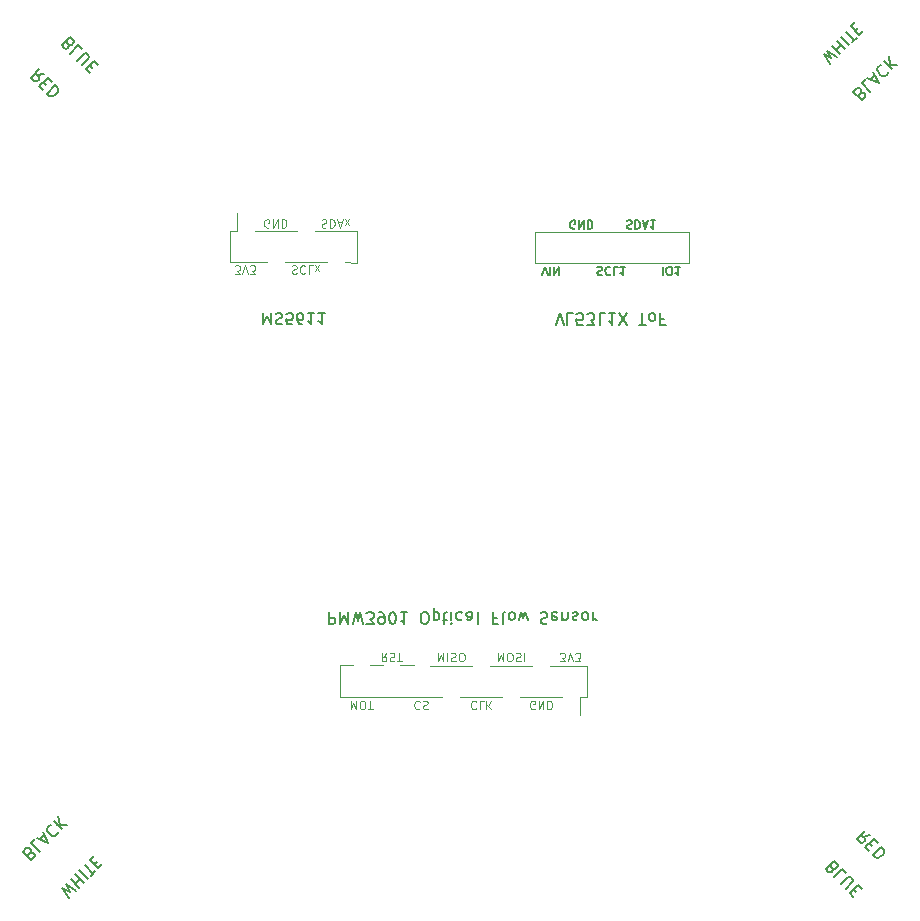
<source format=gbo>
%TF.GenerationSoftware,KiCad,Pcbnew,9.0.4*%
%TF.CreationDate,2025-09-02T18:21:16+08:00*%
%TF.ProjectId,LiteWingV2.5C,4c697465-5769-46e6-9756-322e35432e6b,rev?*%
%TF.SameCoordinates,Original*%
%TF.FileFunction,Legend,Bot*%
%TF.FilePolarity,Positive*%
%FSLAX46Y46*%
G04 Gerber Fmt 4.6, Leading zero omitted, Abs format (unit mm)*
G04 Created by KiCad (PCBNEW 9.0.4) date 2025-09-02 18:21:16*
%MOMM*%
%LPD*%
G01*
G04 APERTURE LIST*
%ADD10C,0.200000*%
%ADD11C,0.125000*%
%ADD12C,0.152400*%
%ADD13C,0.120000*%
%ADD14C,0.100000*%
G04 APERTURE END LIST*
D10*
X179037321Y-128459380D02*
X179172008Y-128526723D01*
X179172008Y-128526723D02*
X179239351Y-128526723D01*
X179239351Y-128526723D02*
X179340366Y-128493052D01*
X179340366Y-128493052D02*
X179441382Y-128392036D01*
X179441382Y-128392036D02*
X179475053Y-128291021D01*
X179475053Y-128291021D02*
X179475053Y-128223678D01*
X179475053Y-128223678D02*
X179441382Y-128122662D01*
X179441382Y-128122662D02*
X179172008Y-127853288D01*
X179172008Y-127853288D02*
X178464901Y-128560395D01*
X178464901Y-128560395D02*
X178700603Y-128796097D01*
X178700603Y-128796097D02*
X178801618Y-128829769D01*
X178801618Y-128829769D02*
X178868962Y-128829769D01*
X178868962Y-128829769D02*
X178969977Y-128796097D01*
X178969977Y-128796097D02*
X179037321Y-128728754D01*
X179037321Y-128728754D02*
X179070992Y-128627739D01*
X179070992Y-128627739D02*
X179070992Y-128560395D01*
X179070992Y-128560395D02*
X179037321Y-128459380D01*
X179037321Y-128459380D02*
X178801618Y-128223678D01*
X180215832Y-128897113D02*
X179879114Y-128560395D01*
X179879114Y-128560395D02*
X179172008Y-129267502D01*
X179744428Y-129839922D02*
X180316847Y-129267502D01*
X180316847Y-129267502D02*
X180417863Y-129233830D01*
X180417863Y-129233830D02*
X180485206Y-129233830D01*
X180485206Y-129233830D02*
X180586221Y-129267502D01*
X180586221Y-129267502D02*
X180720908Y-129402189D01*
X180720908Y-129402189D02*
X180754580Y-129503204D01*
X180754580Y-129503204D02*
X180754580Y-129570548D01*
X180754580Y-129570548D02*
X180720908Y-129671563D01*
X180720908Y-129671563D02*
X180148489Y-130243983D01*
X180821924Y-130243983D02*
X181057626Y-130479685D01*
X181529030Y-130210311D02*
X181192313Y-129873593D01*
X181192313Y-129873593D02*
X180485206Y-130580700D01*
X180485206Y-130580700D02*
X180821924Y-130917418D01*
X182234069Y-125705349D02*
X181661649Y-125806365D01*
X181830008Y-125301288D02*
X181122901Y-126008395D01*
X181122901Y-126008395D02*
X181392275Y-126277769D01*
X181392275Y-126277769D02*
X181493290Y-126311441D01*
X181493290Y-126311441D02*
X181560634Y-126311441D01*
X181560634Y-126311441D02*
X181661649Y-126277769D01*
X181661649Y-126277769D02*
X181762664Y-126176754D01*
X181762664Y-126176754D02*
X181796336Y-126075739D01*
X181796336Y-126075739D02*
X181796336Y-126008395D01*
X181796336Y-126008395D02*
X181762664Y-125907380D01*
X181762664Y-125907380D02*
X181493290Y-125638006D01*
X182166725Y-126378784D02*
X182402427Y-126614487D01*
X182873832Y-126345113D02*
X182537114Y-126008395D01*
X182537114Y-126008395D02*
X181830008Y-126715502D01*
X181830008Y-126715502D02*
X182166725Y-127052219D01*
X183176878Y-126648158D02*
X182469771Y-127355265D01*
X182469771Y-127355265D02*
X182638130Y-127523624D01*
X182638130Y-127523624D02*
X182772817Y-127590967D01*
X182772817Y-127590967D02*
X182907504Y-127590967D01*
X182907504Y-127590967D02*
X183008519Y-127557296D01*
X183008519Y-127557296D02*
X183176878Y-127456280D01*
X183176878Y-127456280D02*
X183277893Y-127355265D01*
X183277893Y-127355265D02*
X183378908Y-127186906D01*
X183378908Y-127186906D02*
X183412580Y-127085891D01*
X183412580Y-127085891D02*
X183412580Y-126951204D01*
X183412580Y-126951204D02*
X183345237Y-126816517D01*
X183345237Y-126816517D02*
X183176878Y-126648158D01*
D11*
X144077323Y-114386270D02*
X144043456Y-114352404D01*
X144043456Y-114352404D02*
X143941856Y-114318537D01*
X143941856Y-114318537D02*
X143874123Y-114318537D01*
X143874123Y-114318537D02*
X143772523Y-114352404D01*
X143772523Y-114352404D02*
X143704790Y-114420137D01*
X143704790Y-114420137D02*
X143670923Y-114487870D01*
X143670923Y-114487870D02*
X143637056Y-114623337D01*
X143637056Y-114623337D02*
X143637056Y-114724937D01*
X143637056Y-114724937D02*
X143670923Y-114860404D01*
X143670923Y-114860404D02*
X143704790Y-114928137D01*
X143704790Y-114928137D02*
X143772523Y-114995870D01*
X143772523Y-114995870D02*
X143874123Y-115029737D01*
X143874123Y-115029737D02*
X143941856Y-115029737D01*
X143941856Y-115029737D02*
X144043456Y-114995870D01*
X144043456Y-114995870D02*
X144077323Y-114962004D01*
X144348256Y-114352404D02*
X144449856Y-114318537D01*
X144449856Y-114318537D02*
X144619190Y-114318537D01*
X144619190Y-114318537D02*
X144686923Y-114352404D01*
X144686923Y-114352404D02*
X144720790Y-114386270D01*
X144720790Y-114386270D02*
X144754656Y-114454004D01*
X144754656Y-114454004D02*
X144754656Y-114521737D01*
X144754656Y-114521737D02*
X144720790Y-114589470D01*
X144720790Y-114589470D02*
X144686923Y-114623337D01*
X144686923Y-114623337D02*
X144619190Y-114657204D01*
X144619190Y-114657204D02*
X144483723Y-114691070D01*
X144483723Y-114691070D02*
X144415990Y-114724937D01*
X144415990Y-114724937D02*
X144382123Y-114758804D01*
X144382123Y-114758804D02*
X144348256Y-114826537D01*
X144348256Y-114826537D02*
X144348256Y-114894270D01*
X144348256Y-114894270D02*
X144382123Y-114962004D01*
X144382123Y-114962004D02*
X144415990Y-114995870D01*
X144415990Y-114995870D02*
X144483723Y-115029737D01*
X144483723Y-115029737D02*
X144653056Y-115029737D01*
X144653056Y-115029737D02*
X144754656Y-114995870D01*
D10*
X112291069Y-61253349D02*
X111718649Y-61354365D01*
X111887008Y-60849288D02*
X111179901Y-61556395D01*
X111179901Y-61556395D02*
X111449275Y-61825769D01*
X111449275Y-61825769D02*
X111550290Y-61859441D01*
X111550290Y-61859441D02*
X111617634Y-61859441D01*
X111617634Y-61859441D02*
X111718649Y-61825769D01*
X111718649Y-61825769D02*
X111819664Y-61724754D01*
X111819664Y-61724754D02*
X111853336Y-61623739D01*
X111853336Y-61623739D02*
X111853336Y-61556395D01*
X111853336Y-61556395D02*
X111819664Y-61455380D01*
X111819664Y-61455380D02*
X111550290Y-61186006D01*
X112223725Y-61926784D02*
X112459427Y-62162487D01*
X112930832Y-61893113D02*
X112594114Y-61556395D01*
X112594114Y-61556395D02*
X111887008Y-62263502D01*
X111887008Y-62263502D02*
X112223725Y-62600219D01*
X113233878Y-62196158D02*
X112526771Y-62903265D01*
X112526771Y-62903265D02*
X112695130Y-63071624D01*
X112695130Y-63071624D02*
X112829817Y-63138967D01*
X112829817Y-63138967D02*
X112964504Y-63138967D01*
X112964504Y-63138967D02*
X113065519Y-63105296D01*
X113065519Y-63105296D02*
X113233878Y-63004280D01*
X113233878Y-63004280D02*
X113334893Y-62903265D01*
X113334893Y-62903265D02*
X113435908Y-62734906D01*
X113435908Y-62734906D02*
X113469580Y-62633891D01*
X113469580Y-62633891D02*
X113469580Y-62499204D01*
X113469580Y-62499204D02*
X113402237Y-62364517D01*
X113402237Y-62364517D02*
X113233878Y-62196158D01*
D11*
X150698256Y-110263537D02*
X150698256Y-110974737D01*
X150698256Y-110974737D02*
X150935323Y-110466737D01*
X150935323Y-110466737D02*
X151172389Y-110974737D01*
X151172389Y-110974737D02*
X151172389Y-110263537D01*
X151646523Y-110974737D02*
X151781989Y-110974737D01*
X151781989Y-110974737D02*
X151849723Y-110940870D01*
X151849723Y-110940870D02*
X151917456Y-110873137D01*
X151917456Y-110873137D02*
X151951323Y-110737670D01*
X151951323Y-110737670D02*
X151951323Y-110500604D01*
X151951323Y-110500604D02*
X151917456Y-110365137D01*
X151917456Y-110365137D02*
X151849723Y-110297404D01*
X151849723Y-110297404D02*
X151781989Y-110263537D01*
X151781989Y-110263537D02*
X151646523Y-110263537D01*
X151646523Y-110263537D02*
X151578789Y-110297404D01*
X151578789Y-110297404D02*
X151511056Y-110365137D01*
X151511056Y-110365137D02*
X151477189Y-110500604D01*
X151477189Y-110500604D02*
X151477189Y-110737670D01*
X151477189Y-110737670D02*
X151511056Y-110873137D01*
X151511056Y-110873137D02*
X151578789Y-110940870D01*
X151578789Y-110940870D02*
X151646523Y-110974737D01*
X152222256Y-110297404D02*
X152323856Y-110263537D01*
X152323856Y-110263537D02*
X152493190Y-110263537D01*
X152493190Y-110263537D02*
X152560923Y-110297404D01*
X152560923Y-110297404D02*
X152594790Y-110331270D01*
X152594790Y-110331270D02*
X152628656Y-110399004D01*
X152628656Y-110399004D02*
X152628656Y-110466737D01*
X152628656Y-110466737D02*
X152594790Y-110534470D01*
X152594790Y-110534470D02*
X152560923Y-110568337D01*
X152560923Y-110568337D02*
X152493190Y-110602204D01*
X152493190Y-110602204D02*
X152357723Y-110636070D01*
X152357723Y-110636070D02*
X152289990Y-110669937D01*
X152289990Y-110669937D02*
X152256123Y-110703804D01*
X152256123Y-110703804D02*
X152222256Y-110771537D01*
X152222256Y-110771537D02*
X152222256Y-110839270D01*
X152222256Y-110839270D02*
X152256123Y-110907004D01*
X152256123Y-110907004D02*
X152289990Y-110940870D01*
X152289990Y-110940870D02*
X152357723Y-110974737D01*
X152357723Y-110974737D02*
X152527056Y-110974737D01*
X152527056Y-110974737D02*
X152628656Y-110940870D01*
X152933456Y-110263537D02*
X152933456Y-110974737D01*
D10*
X114352321Y-58723380D02*
X114487008Y-58790723D01*
X114487008Y-58790723D02*
X114554351Y-58790723D01*
X114554351Y-58790723D02*
X114655366Y-58757052D01*
X114655366Y-58757052D02*
X114756382Y-58656036D01*
X114756382Y-58656036D02*
X114790053Y-58555021D01*
X114790053Y-58555021D02*
X114790053Y-58487678D01*
X114790053Y-58487678D02*
X114756382Y-58386662D01*
X114756382Y-58386662D02*
X114487008Y-58117288D01*
X114487008Y-58117288D02*
X113779901Y-58824395D01*
X113779901Y-58824395D02*
X114015603Y-59060097D01*
X114015603Y-59060097D02*
X114116618Y-59093769D01*
X114116618Y-59093769D02*
X114183962Y-59093769D01*
X114183962Y-59093769D02*
X114284977Y-59060097D01*
X114284977Y-59060097D02*
X114352321Y-58992754D01*
X114352321Y-58992754D02*
X114385992Y-58891739D01*
X114385992Y-58891739D02*
X114385992Y-58824395D01*
X114385992Y-58824395D02*
X114352321Y-58723380D01*
X114352321Y-58723380D02*
X114116618Y-58487678D01*
X115530832Y-59161113D02*
X115194114Y-58824395D01*
X115194114Y-58824395D02*
X114487008Y-59531502D01*
X115059428Y-60103922D02*
X115631847Y-59531502D01*
X115631847Y-59531502D02*
X115732863Y-59497830D01*
X115732863Y-59497830D02*
X115800206Y-59497830D01*
X115800206Y-59497830D02*
X115901221Y-59531502D01*
X115901221Y-59531502D02*
X116035908Y-59666189D01*
X116035908Y-59666189D02*
X116069580Y-59767204D01*
X116069580Y-59767204D02*
X116069580Y-59834548D01*
X116069580Y-59834548D02*
X116035908Y-59935563D01*
X116035908Y-59935563D02*
X115463489Y-60507983D01*
X116136924Y-60507983D02*
X116372626Y-60743685D01*
X116844030Y-60474311D02*
X116507313Y-60137593D01*
X116507313Y-60137593D02*
X115800206Y-60844700D01*
X115800206Y-60844700D02*
X116136924Y-61181418D01*
D11*
X148852523Y-114386270D02*
X148818656Y-114352404D01*
X148818656Y-114352404D02*
X148717056Y-114318537D01*
X148717056Y-114318537D02*
X148649323Y-114318537D01*
X148649323Y-114318537D02*
X148547723Y-114352404D01*
X148547723Y-114352404D02*
X148479990Y-114420137D01*
X148479990Y-114420137D02*
X148446123Y-114487870D01*
X148446123Y-114487870D02*
X148412256Y-114623337D01*
X148412256Y-114623337D02*
X148412256Y-114724937D01*
X148412256Y-114724937D02*
X148446123Y-114860404D01*
X148446123Y-114860404D02*
X148479990Y-114928137D01*
X148479990Y-114928137D02*
X148547723Y-114995870D01*
X148547723Y-114995870D02*
X148649323Y-115029737D01*
X148649323Y-115029737D02*
X148717056Y-115029737D01*
X148717056Y-115029737D02*
X148818656Y-114995870D01*
X148818656Y-114995870D02*
X148852523Y-114962004D01*
X149495990Y-114318537D02*
X149157323Y-114318537D01*
X149157323Y-114318537D02*
X149157323Y-115029737D01*
X149733056Y-114318537D02*
X149733056Y-115029737D01*
X150139456Y-114318537D02*
X149834656Y-114724937D01*
X150139456Y-115029737D02*
X149733056Y-114623337D01*
D10*
X155606650Y-82474780D02*
X155939983Y-81474780D01*
X155939983Y-81474780D02*
X156273316Y-82474780D01*
X157082840Y-81474780D02*
X156606650Y-81474780D01*
X156606650Y-81474780D02*
X156606650Y-82474780D01*
X157892364Y-82474780D02*
X157416174Y-82474780D01*
X157416174Y-82474780D02*
X157368555Y-81998590D01*
X157368555Y-81998590D02*
X157416174Y-82046209D01*
X157416174Y-82046209D02*
X157511412Y-82093828D01*
X157511412Y-82093828D02*
X157749507Y-82093828D01*
X157749507Y-82093828D02*
X157844745Y-82046209D01*
X157844745Y-82046209D02*
X157892364Y-81998590D01*
X157892364Y-81998590D02*
X157939983Y-81903352D01*
X157939983Y-81903352D02*
X157939983Y-81665257D01*
X157939983Y-81665257D02*
X157892364Y-81570019D01*
X157892364Y-81570019D02*
X157844745Y-81522400D01*
X157844745Y-81522400D02*
X157749507Y-81474780D01*
X157749507Y-81474780D02*
X157511412Y-81474780D01*
X157511412Y-81474780D02*
X157416174Y-81522400D01*
X157416174Y-81522400D02*
X157368555Y-81570019D01*
X158273317Y-82474780D02*
X158892364Y-82474780D01*
X158892364Y-82474780D02*
X158559031Y-82093828D01*
X158559031Y-82093828D02*
X158701888Y-82093828D01*
X158701888Y-82093828D02*
X158797126Y-82046209D01*
X158797126Y-82046209D02*
X158844745Y-81998590D01*
X158844745Y-81998590D02*
X158892364Y-81903352D01*
X158892364Y-81903352D02*
X158892364Y-81665257D01*
X158892364Y-81665257D02*
X158844745Y-81570019D01*
X158844745Y-81570019D02*
X158797126Y-81522400D01*
X158797126Y-81522400D02*
X158701888Y-81474780D01*
X158701888Y-81474780D02*
X158416174Y-81474780D01*
X158416174Y-81474780D02*
X158320936Y-81522400D01*
X158320936Y-81522400D02*
X158273317Y-81570019D01*
X159797126Y-81474780D02*
X159320936Y-81474780D01*
X159320936Y-81474780D02*
X159320936Y-82474780D01*
X160654269Y-81474780D02*
X160082841Y-81474780D01*
X160368555Y-81474780D02*
X160368555Y-82474780D01*
X160368555Y-82474780D02*
X160273317Y-82331923D01*
X160273317Y-82331923D02*
X160178079Y-82236685D01*
X160178079Y-82236685D02*
X160082841Y-82189066D01*
X160987603Y-82474780D02*
X161654269Y-81474780D01*
X161654269Y-82474780D02*
X160987603Y-81474780D01*
X162654270Y-82474780D02*
X163225698Y-82474780D01*
X162939984Y-81474780D02*
X162939984Y-82474780D01*
X163701889Y-81474780D02*
X163606651Y-81522400D01*
X163606651Y-81522400D02*
X163559032Y-81570019D01*
X163559032Y-81570019D02*
X163511413Y-81665257D01*
X163511413Y-81665257D02*
X163511413Y-81950971D01*
X163511413Y-81950971D02*
X163559032Y-82046209D01*
X163559032Y-82046209D02*
X163606651Y-82093828D01*
X163606651Y-82093828D02*
X163701889Y-82141447D01*
X163701889Y-82141447D02*
X163844746Y-82141447D01*
X163844746Y-82141447D02*
X163939984Y-82093828D01*
X163939984Y-82093828D02*
X163987603Y-82046209D01*
X163987603Y-82046209D02*
X164035222Y-81950971D01*
X164035222Y-81950971D02*
X164035222Y-81665257D01*
X164035222Y-81665257D02*
X163987603Y-81570019D01*
X163987603Y-81570019D02*
X163939984Y-81522400D01*
X163939984Y-81522400D02*
X163844746Y-81474780D01*
X163844746Y-81474780D02*
X163701889Y-81474780D01*
X164797127Y-81998590D02*
X164463794Y-81998590D01*
X164463794Y-81474780D02*
X164463794Y-82474780D01*
X164463794Y-82474780D02*
X164939984Y-82474780D01*
X136374173Y-106799780D02*
X136374173Y-107799780D01*
X136374173Y-107799780D02*
X136755125Y-107799780D01*
X136755125Y-107799780D02*
X136850363Y-107752161D01*
X136850363Y-107752161D02*
X136897982Y-107704542D01*
X136897982Y-107704542D02*
X136945601Y-107609304D01*
X136945601Y-107609304D02*
X136945601Y-107466447D01*
X136945601Y-107466447D02*
X136897982Y-107371209D01*
X136897982Y-107371209D02*
X136850363Y-107323590D01*
X136850363Y-107323590D02*
X136755125Y-107275971D01*
X136755125Y-107275971D02*
X136374173Y-107275971D01*
X137374173Y-106799780D02*
X137374173Y-107799780D01*
X137374173Y-107799780D02*
X137707506Y-107085495D01*
X137707506Y-107085495D02*
X138040839Y-107799780D01*
X138040839Y-107799780D02*
X138040839Y-106799780D01*
X138421792Y-107799780D02*
X138659887Y-106799780D01*
X138659887Y-106799780D02*
X138850363Y-107514066D01*
X138850363Y-107514066D02*
X139040839Y-106799780D01*
X139040839Y-106799780D02*
X139278935Y-107799780D01*
X139564649Y-107799780D02*
X140183696Y-107799780D01*
X140183696Y-107799780D02*
X139850363Y-107418828D01*
X139850363Y-107418828D02*
X139993220Y-107418828D01*
X139993220Y-107418828D02*
X140088458Y-107371209D01*
X140088458Y-107371209D02*
X140136077Y-107323590D01*
X140136077Y-107323590D02*
X140183696Y-107228352D01*
X140183696Y-107228352D02*
X140183696Y-106990257D01*
X140183696Y-106990257D02*
X140136077Y-106895019D01*
X140136077Y-106895019D02*
X140088458Y-106847400D01*
X140088458Y-106847400D02*
X139993220Y-106799780D01*
X139993220Y-106799780D02*
X139707506Y-106799780D01*
X139707506Y-106799780D02*
X139612268Y-106847400D01*
X139612268Y-106847400D02*
X139564649Y-106895019D01*
X140659887Y-106799780D02*
X140850363Y-106799780D01*
X140850363Y-106799780D02*
X140945601Y-106847400D01*
X140945601Y-106847400D02*
X140993220Y-106895019D01*
X140993220Y-106895019D02*
X141088458Y-107037876D01*
X141088458Y-107037876D02*
X141136077Y-107228352D01*
X141136077Y-107228352D02*
X141136077Y-107609304D01*
X141136077Y-107609304D02*
X141088458Y-107704542D01*
X141088458Y-107704542D02*
X141040839Y-107752161D01*
X141040839Y-107752161D02*
X140945601Y-107799780D01*
X140945601Y-107799780D02*
X140755125Y-107799780D01*
X140755125Y-107799780D02*
X140659887Y-107752161D01*
X140659887Y-107752161D02*
X140612268Y-107704542D01*
X140612268Y-107704542D02*
X140564649Y-107609304D01*
X140564649Y-107609304D02*
X140564649Y-107371209D01*
X140564649Y-107371209D02*
X140612268Y-107275971D01*
X140612268Y-107275971D02*
X140659887Y-107228352D01*
X140659887Y-107228352D02*
X140755125Y-107180733D01*
X140755125Y-107180733D02*
X140945601Y-107180733D01*
X140945601Y-107180733D02*
X141040839Y-107228352D01*
X141040839Y-107228352D02*
X141088458Y-107275971D01*
X141088458Y-107275971D02*
X141136077Y-107371209D01*
X141755125Y-107799780D02*
X141850363Y-107799780D01*
X141850363Y-107799780D02*
X141945601Y-107752161D01*
X141945601Y-107752161D02*
X141993220Y-107704542D01*
X141993220Y-107704542D02*
X142040839Y-107609304D01*
X142040839Y-107609304D02*
X142088458Y-107418828D01*
X142088458Y-107418828D02*
X142088458Y-107180733D01*
X142088458Y-107180733D02*
X142040839Y-106990257D01*
X142040839Y-106990257D02*
X141993220Y-106895019D01*
X141993220Y-106895019D02*
X141945601Y-106847400D01*
X141945601Y-106847400D02*
X141850363Y-106799780D01*
X141850363Y-106799780D02*
X141755125Y-106799780D01*
X141755125Y-106799780D02*
X141659887Y-106847400D01*
X141659887Y-106847400D02*
X141612268Y-106895019D01*
X141612268Y-106895019D02*
X141564649Y-106990257D01*
X141564649Y-106990257D02*
X141517030Y-107180733D01*
X141517030Y-107180733D02*
X141517030Y-107418828D01*
X141517030Y-107418828D02*
X141564649Y-107609304D01*
X141564649Y-107609304D02*
X141612268Y-107704542D01*
X141612268Y-107704542D02*
X141659887Y-107752161D01*
X141659887Y-107752161D02*
X141755125Y-107799780D01*
X143040839Y-106799780D02*
X142469411Y-106799780D01*
X142755125Y-106799780D02*
X142755125Y-107799780D01*
X142755125Y-107799780D02*
X142659887Y-107656923D01*
X142659887Y-107656923D02*
X142564649Y-107561685D01*
X142564649Y-107561685D02*
X142469411Y-107514066D01*
X144421792Y-107799780D02*
X144612268Y-107799780D01*
X144612268Y-107799780D02*
X144707506Y-107752161D01*
X144707506Y-107752161D02*
X144802744Y-107656923D01*
X144802744Y-107656923D02*
X144850363Y-107466447D01*
X144850363Y-107466447D02*
X144850363Y-107133114D01*
X144850363Y-107133114D02*
X144802744Y-106942638D01*
X144802744Y-106942638D02*
X144707506Y-106847400D01*
X144707506Y-106847400D02*
X144612268Y-106799780D01*
X144612268Y-106799780D02*
X144421792Y-106799780D01*
X144421792Y-106799780D02*
X144326554Y-106847400D01*
X144326554Y-106847400D02*
X144231316Y-106942638D01*
X144231316Y-106942638D02*
X144183697Y-107133114D01*
X144183697Y-107133114D02*
X144183697Y-107466447D01*
X144183697Y-107466447D02*
X144231316Y-107656923D01*
X144231316Y-107656923D02*
X144326554Y-107752161D01*
X144326554Y-107752161D02*
X144421792Y-107799780D01*
X145278935Y-107466447D02*
X145278935Y-106466447D01*
X145278935Y-107418828D02*
X145374173Y-107466447D01*
X145374173Y-107466447D02*
X145564649Y-107466447D01*
X145564649Y-107466447D02*
X145659887Y-107418828D01*
X145659887Y-107418828D02*
X145707506Y-107371209D01*
X145707506Y-107371209D02*
X145755125Y-107275971D01*
X145755125Y-107275971D02*
X145755125Y-106990257D01*
X145755125Y-106990257D02*
X145707506Y-106895019D01*
X145707506Y-106895019D02*
X145659887Y-106847400D01*
X145659887Y-106847400D02*
X145564649Y-106799780D01*
X145564649Y-106799780D02*
X145374173Y-106799780D01*
X145374173Y-106799780D02*
X145278935Y-106847400D01*
X146040840Y-107466447D02*
X146421792Y-107466447D01*
X146183697Y-107799780D02*
X146183697Y-106942638D01*
X146183697Y-106942638D02*
X146231316Y-106847400D01*
X146231316Y-106847400D02*
X146326554Y-106799780D01*
X146326554Y-106799780D02*
X146421792Y-106799780D01*
X146755126Y-106799780D02*
X146755126Y-107466447D01*
X146755126Y-107799780D02*
X146707507Y-107752161D01*
X146707507Y-107752161D02*
X146755126Y-107704542D01*
X146755126Y-107704542D02*
X146802745Y-107752161D01*
X146802745Y-107752161D02*
X146755126Y-107799780D01*
X146755126Y-107799780D02*
X146755126Y-107704542D01*
X147659887Y-106847400D02*
X147564649Y-106799780D01*
X147564649Y-106799780D02*
X147374173Y-106799780D01*
X147374173Y-106799780D02*
X147278935Y-106847400D01*
X147278935Y-106847400D02*
X147231316Y-106895019D01*
X147231316Y-106895019D02*
X147183697Y-106990257D01*
X147183697Y-106990257D02*
X147183697Y-107275971D01*
X147183697Y-107275971D02*
X147231316Y-107371209D01*
X147231316Y-107371209D02*
X147278935Y-107418828D01*
X147278935Y-107418828D02*
X147374173Y-107466447D01*
X147374173Y-107466447D02*
X147564649Y-107466447D01*
X147564649Y-107466447D02*
X147659887Y-107418828D01*
X148517030Y-106799780D02*
X148517030Y-107323590D01*
X148517030Y-107323590D02*
X148469411Y-107418828D01*
X148469411Y-107418828D02*
X148374173Y-107466447D01*
X148374173Y-107466447D02*
X148183697Y-107466447D01*
X148183697Y-107466447D02*
X148088459Y-107418828D01*
X148517030Y-106847400D02*
X148421792Y-106799780D01*
X148421792Y-106799780D02*
X148183697Y-106799780D01*
X148183697Y-106799780D02*
X148088459Y-106847400D01*
X148088459Y-106847400D02*
X148040840Y-106942638D01*
X148040840Y-106942638D02*
X148040840Y-107037876D01*
X148040840Y-107037876D02*
X148088459Y-107133114D01*
X148088459Y-107133114D02*
X148183697Y-107180733D01*
X148183697Y-107180733D02*
X148421792Y-107180733D01*
X148421792Y-107180733D02*
X148517030Y-107228352D01*
X149136078Y-106799780D02*
X149040840Y-106847400D01*
X149040840Y-106847400D02*
X148993221Y-106942638D01*
X148993221Y-106942638D02*
X148993221Y-107799780D01*
X150612269Y-107323590D02*
X150278936Y-107323590D01*
X150278936Y-106799780D02*
X150278936Y-107799780D01*
X150278936Y-107799780D02*
X150755126Y-107799780D01*
X151278936Y-106799780D02*
X151183698Y-106847400D01*
X151183698Y-106847400D02*
X151136079Y-106942638D01*
X151136079Y-106942638D02*
X151136079Y-107799780D01*
X151802746Y-106799780D02*
X151707508Y-106847400D01*
X151707508Y-106847400D02*
X151659889Y-106895019D01*
X151659889Y-106895019D02*
X151612270Y-106990257D01*
X151612270Y-106990257D02*
X151612270Y-107275971D01*
X151612270Y-107275971D02*
X151659889Y-107371209D01*
X151659889Y-107371209D02*
X151707508Y-107418828D01*
X151707508Y-107418828D02*
X151802746Y-107466447D01*
X151802746Y-107466447D02*
X151945603Y-107466447D01*
X151945603Y-107466447D02*
X152040841Y-107418828D01*
X152040841Y-107418828D02*
X152088460Y-107371209D01*
X152088460Y-107371209D02*
X152136079Y-107275971D01*
X152136079Y-107275971D02*
X152136079Y-106990257D01*
X152136079Y-106990257D02*
X152088460Y-106895019D01*
X152088460Y-106895019D02*
X152040841Y-106847400D01*
X152040841Y-106847400D02*
X151945603Y-106799780D01*
X151945603Y-106799780D02*
X151802746Y-106799780D01*
X152469413Y-107466447D02*
X152659889Y-106799780D01*
X152659889Y-106799780D02*
X152850365Y-107275971D01*
X152850365Y-107275971D02*
X153040841Y-106799780D01*
X153040841Y-106799780D02*
X153231317Y-107466447D01*
X154326556Y-106847400D02*
X154469413Y-106799780D01*
X154469413Y-106799780D02*
X154707508Y-106799780D01*
X154707508Y-106799780D02*
X154802746Y-106847400D01*
X154802746Y-106847400D02*
X154850365Y-106895019D01*
X154850365Y-106895019D02*
X154897984Y-106990257D01*
X154897984Y-106990257D02*
X154897984Y-107085495D01*
X154897984Y-107085495D02*
X154850365Y-107180733D01*
X154850365Y-107180733D02*
X154802746Y-107228352D01*
X154802746Y-107228352D02*
X154707508Y-107275971D01*
X154707508Y-107275971D02*
X154517032Y-107323590D01*
X154517032Y-107323590D02*
X154421794Y-107371209D01*
X154421794Y-107371209D02*
X154374175Y-107418828D01*
X154374175Y-107418828D02*
X154326556Y-107514066D01*
X154326556Y-107514066D02*
X154326556Y-107609304D01*
X154326556Y-107609304D02*
X154374175Y-107704542D01*
X154374175Y-107704542D02*
X154421794Y-107752161D01*
X154421794Y-107752161D02*
X154517032Y-107799780D01*
X154517032Y-107799780D02*
X154755127Y-107799780D01*
X154755127Y-107799780D02*
X154897984Y-107752161D01*
X155707508Y-106847400D02*
X155612270Y-106799780D01*
X155612270Y-106799780D02*
X155421794Y-106799780D01*
X155421794Y-106799780D02*
X155326556Y-106847400D01*
X155326556Y-106847400D02*
X155278937Y-106942638D01*
X155278937Y-106942638D02*
X155278937Y-107323590D01*
X155278937Y-107323590D02*
X155326556Y-107418828D01*
X155326556Y-107418828D02*
X155421794Y-107466447D01*
X155421794Y-107466447D02*
X155612270Y-107466447D01*
X155612270Y-107466447D02*
X155707508Y-107418828D01*
X155707508Y-107418828D02*
X155755127Y-107323590D01*
X155755127Y-107323590D02*
X155755127Y-107228352D01*
X155755127Y-107228352D02*
X155278937Y-107133114D01*
X156183699Y-107466447D02*
X156183699Y-106799780D01*
X156183699Y-107371209D02*
X156231318Y-107418828D01*
X156231318Y-107418828D02*
X156326556Y-107466447D01*
X156326556Y-107466447D02*
X156469413Y-107466447D01*
X156469413Y-107466447D02*
X156564651Y-107418828D01*
X156564651Y-107418828D02*
X156612270Y-107323590D01*
X156612270Y-107323590D02*
X156612270Y-106799780D01*
X157040842Y-106847400D02*
X157136080Y-106799780D01*
X157136080Y-106799780D02*
X157326556Y-106799780D01*
X157326556Y-106799780D02*
X157421794Y-106847400D01*
X157421794Y-106847400D02*
X157469413Y-106942638D01*
X157469413Y-106942638D02*
X157469413Y-106990257D01*
X157469413Y-106990257D02*
X157421794Y-107085495D01*
X157421794Y-107085495D02*
X157326556Y-107133114D01*
X157326556Y-107133114D02*
X157183699Y-107133114D01*
X157183699Y-107133114D02*
X157088461Y-107180733D01*
X157088461Y-107180733D02*
X157040842Y-107275971D01*
X157040842Y-107275971D02*
X157040842Y-107323590D01*
X157040842Y-107323590D02*
X157088461Y-107418828D01*
X157088461Y-107418828D02*
X157183699Y-107466447D01*
X157183699Y-107466447D02*
X157326556Y-107466447D01*
X157326556Y-107466447D02*
X157421794Y-107418828D01*
X158040842Y-106799780D02*
X157945604Y-106847400D01*
X157945604Y-106847400D02*
X157897985Y-106895019D01*
X157897985Y-106895019D02*
X157850366Y-106990257D01*
X157850366Y-106990257D02*
X157850366Y-107275971D01*
X157850366Y-107275971D02*
X157897985Y-107371209D01*
X157897985Y-107371209D02*
X157945604Y-107418828D01*
X157945604Y-107418828D02*
X158040842Y-107466447D01*
X158040842Y-107466447D02*
X158183699Y-107466447D01*
X158183699Y-107466447D02*
X158278937Y-107418828D01*
X158278937Y-107418828D02*
X158326556Y-107371209D01*
X158326556Y-107371209D02*
X158374175Y-107275971D01*
X158374175Y-107275971D02*
X158374175Y-106990257D01*
X158374175Y-106990257D02*
X158326556Y-106895019D01*
X158326556Y-106895019D02*
X158278937Y-106847400D01*
X158278937Y-106847400D02*
X158183699Y-106799780D01*
X158183699Y-106799780D02*
X158040842Y-106799780D01*
X158802747Y-106799780D02*
X158802747Y-107466447D01*
X158802747Y-107275971D02*
X158850366Y-107371209D01*
X158850366Y-107371209D02*
X158897985Y-107418828D01*
X158897985Y-107418828D02*
X158993223Y-107466447D01*
X158993223Y-107466447D02*
X159088461Y-107466447D01*
D11*
X135781888Y-73561404D02*
X135883488Y-73527537D01*
X135883488Y-73527537D02*
X136052822Y-73527537D01*
X136052822Y-73527537D02*
X136120555Y-73561404D01*
X136120555Y-73561404D02*
X136154422Y-73595270D01*
X136154422Y-73595270D02*
X136188288Y-73663004D01*
X136188288Y-73663004D02*
X136188288Y-73730737D01*
X136188288Y-73730737D02*
X136154422Y-73798470D01*
X136154422Y-73798470D02*
X136120555Y-73832337D01*
X136120555Y-73832337D02*
X136052822Y-73866204D01*
X136052822Y-73866204D02*
X135917355Y-73900070D01*
X135917355Y-73900070D02*
X135849622Y-73933937D01*
X135849622Y-73933937D02*
X135815755Y-73967804D01*
X135815755Y-73967804D02*
X135781888Y-74035537D01*
X135781888Y-74035537D02*
X135781888Y-74103270D01*
X135781888Y-74103270D02*
X135815755Y-74171004D01*
X135815755Y-74171004D02*
X135849622Y-74204870D01*
X135849622Y-74204870D02*
X135917355Y-74238737D01*
X135917355Y-74238737D02*
X136086688Y-74238737D01*
X136086688Y-74238737D02*
X136188288Y-74204870D01*
X136493088Y-73527537D02*
X136493088Y-74238737D01*
X136493088Y-74238737D02*
X136662421Y-74238737D01*
X136662421Y-74238737D02*
X136764021Y-74204870D01*
X136764021Y-74204870D02*
X136831755Y-74137137D01*
X136831755Y-74137137D02*
X136865621Y-74069404D01*
X136865621Y-74069404D02*
X136899488Y-73933937D01*
X136899488Y-73933937D02*
X136899488Y-73832337D01*
X136899488Y-73832337D02*
X136865621Y-73696870D01*
X136865621Y-73696870D02*
X136831755Y-73629137D01*
X136831755Y-73629137D02*
X136764021Y-73561404D01*
X136764021Y-73561404D02*
X136662421Y-73527537D01*
X136662421Y-73527537D02*
X136493088Y-73527537D01*
X137170421Y-73730737D02*
X137509088Y-73730737D01*
X137102688Y-73527537D02*
X137339755Y-74238737D01*
X137339755Y-74238737D02*
X137576821Y-73527537D01*
X137746155Y-73527537D02*
X138118688Y-74001670D01*
X137746155Y-74001670D02*
X138118688Y-73527537D01*
X153813989Y-114995870D02*
X153746256Y-115029737D01*
X153746256Y-115029737D02*
X153644656Y-115029737D01*
X153644656Y-115029737D02*
X153543056Y-114995870D01*
X153543056Y-114995870D02*
X153475323Y-114928137D01*
X153475323Y-114928137D02*
X153441456Y-114860404D01*
X153441456Y-114860404D02*
X153407589Y-114724937D01*
X153407589Y-114724937D02*
X153407589Y-114623337D01*
X153407589Y-114623337D02*
X153441456Y-114487870D01*
X153441456Y-114487870D02*
X153475323Y-114420137D01*
X153475323Y-114420137D02*
X153543056Y-114352404D01*
X153543056Y-114352404D02*
X153644656Y-114318537D01*
X153644656Y-114318537D02*
X153712389Y-114318537D01*
X153712389Y-114318537D02*
X153813989Y-114352404D01*
X153813989Y-114352404D02*
X153847856Y-114386270D01*
X153847856Y-114386270D02*
X153847856Y-114623337D01*
X153847856Y-114623337D02*
X153712389Y-114623337D01*
X154152656Y-114318537D02*
X154152656Y-115029737D01*
X154152656Y-115029737D02*
X154559056Y-114318537D01*
X154559056Y-114318537D02*
X154559056Y-115029737D01*
X154897723Y-114318537D02*
X154897723Y-115029737D01*
X154897723Y-115029737D02*
X155067056Y-115029737D01*
X155067056Y-115029737D02*
X155168656Y-114995870D01*
X155168656Y-114995870D02*
X155236390Y-114928137D01*
X155236390Y-114928137D02*
X155270256Y-114860404D01*
X155270256Y-114860404D02*
X155304123Y-114724937D01*
X155304123Y-114724937D02*
X155304123Y-114623337D01*
X155304123Y-114623337D02*
X155270256Y-114487870D01*
X155270256Y-114487870D02*
X155236390Y-114420137D01*
X155236390Y-114420137D02*
X155168656Y-114352404D01*
X155168656Y-114352404D02*
X155067056Y-114318537D01*
X155067056Y-114318537D02*
X154897723Y-114318537D01*
D10*
X114374552Y-130995942D02*
X113835804Y-130120476D01*
X113835804Y-130120476D02*
X114475567Y-130490865D01*
X114475567Y-130490865D02*
X114105178Y-129851102D01*
X114105178Y-129851102D02*
X114980643Y-130389850D01*
X114542910Y-129413369D02*
X115250017Y-130120476D01*
X114913299Y-129783759D02*
X115317360Y-129379698D01*
X114946971Y-129009308D02*
X115654078Y-129716415D01*
X115283689Y-128672591D02*
X115990795Y-129379698D01*
X116226497Y-129143996D02*
X116630558Y-128739935D01*
X115721421Y-128234858D02*
X116428528Y-128941965D01*
X116529543Y-128167515D02*
X116765246Y-127931813D01*
X116495872Y-127460408D02*
X116159154Y-127797126D01*
X116159154Y-127797126D02*
X116866261Y-128504232D01*
X116866261Y-128504232D02*
X117202978Y-128167515D01*
D11*
X131311489Y-74204870D02*
X131243756Y-74238737D01*
X131243756Y-74238737D02*
X131142156Y-74238737D01*
X131142156Y-74238737D02*
X131040556Y-74204870D01*
X131040556Y-74204870D02*
X130972823Y-74137137D01*
X130972823Y-74137137D02*
X130938956Y-74069404D01*
X130938956Y-74069404D02*
X130905089Y-73933937D01*
X130905089Y-73933937D02*
X130905089Y-73832337D01*
X130905089Y-73832337D02*
X130938956Y-73696870D01*
X130938956Y-73696870D02*
X130972823Y-73629137D01*
X130972823Y-73629137D02*
X131040556Y-73561404D01*
X131040556Y-73561404D02*
X131142156Y-73527537D01*
X131142156Y-73527537D02*
X131209889Y-73527537D01*
X131209889Y-73527537D02*
X131311489Y-73561404D01*
X131311489Y-73561404D02*
X131345356Y-73595270D01*
X131345356Y-73595270D02*
X131345356Y-73832337D01*
X131345356Y-73832337D02*
X131209889Y-73832337D01*
X131650156Y-73527537D02*
X131650156Y-74238737D01*
X131650156Y-74238737D02*
X132056556Y-73527537D01*
X132056556Y-73527537D02*
X132056556Y-74238737D01*
X132395223Y-73527537D02*
X132395223Y-74238737D01*
X132395223Y-74238737D02*
X132564556Y-74238737D01*
X132564556Y-74238737D02*
X132666156Y-74204870D01*
X132666156Y-74204870D02*
X132733890Y-74137137D01*
X132733890Y-74137137D02*
X132767756Y-74069404D01*
X132767756Y-74069404D02*
X132801623Y-73933937D01*
X132801623Y-73933937D02*
X132801623Y-73832337D01*
X132801623Y-73832337D02*
X132767756Y-73696870D01*
X132767756Y-73696870D02*
X132733890Y-73629137D01*
X132733890Y-73629137D02*
X132666156Y-73561404D01*
X132666156Y-73561404D02*
X132564556Y-73527537D01*
X132564556Y-73527537D02*
X132395223Y-73527537D01*
X138235322Y-114318537D02*
X138235322Y-115029737D01*
X138235322Y-115029737D02*
X138472389Y-114521737D01*
X138472389Y-114521737D02*
X138709455Y-115029737D01*
X138709455Y-115029737D02*
X138709455Y-114318537D01*
X139183589Y-115029737D02*
X139319055Y-115029737D01*
X139319055Y-115029737D02*
X139386789Y-114995870D01*
X139386789Y-114995870D02*
X139454522Y-114928137D01*
X139454522Y-114928137D02*
X139488389Y-114792670D01*
X139488389Y-114792670D02*
X139488389Y-114555604D01*
X139488389Y-114555604D02*
X139454522Y-114420137D01*
X139454522Y-114420137D02*
X139386789Y-114352404D01*
X139386789Y-114352404D02*
X139319055Y-114318537D01*
X139319055Y-114318537D02*
X139183589Y-114318537D01*
X139183589Y-114318537D02*
X139115855Y-114352404D01*
X139115855Y-114352404D02*
X139048122Y-114420137D01*
X139048122Y-114420137D02*
X139014255Y-114555604D01*
X139014255Y-114555604D02*
X139014255Y-114792670D01*
X139014255Y-114792670D02*
X139048122Y-114928137D01*
X139048122Y-114928137D02*
X139115855Y-114995870D01*
X139115855Y-114995870D02*
X139183589Y-115029737D01*
X139691589Y-115029737D02*
X140097989Y-115029737D01*
X139894789Y-114318537D02*
X139894789Y-115029737D01*
X155964336Y-110974737D02*
X156404602Y-110974737D01*
X156404602Y-110974737D02*
X156167536Y-110703804D01*
X156167536Y-110703804D02*
X156269136Y-110703804D01*
X156269136Y-110703804D02*
X156336869Y-110669937D01*
X156336869Y-110669937D02*
X156370736Y-110636070D01*
X156370736Y-110636070D02*
X156404602Y-110568337D01*
X156404602Y-110568337D02*
X156404602Y-110399004D01*
X156404602Y-110399004D02*
X156370736Y-110331270D01*
X156370736Y-110331270D02*
X156336869Y-110297404D01*
X156336869Y-110297404D02*
X156269136Y-110263537D01*
X156269136Y-110263537D02*
X156065936Y-110263537D01*
X156065936Y-110263537D02*
X155998202Y-110297404D01*
X155998202Y-110297404D02*
X155964336Y-110331270D01*
X156607802Y-110974737D02*
X156844869Y-110263537D01*
X156844869Y-110263537D02*
X157081935Y-110974737D01*
X157251269Y-110974737D02*
X157691535Y-110974737D01*
X157691535Y-110974737D02*
X157454469Y-110703804D01*
X157454469Y-110703804D02*
X157556069Y-110703804D01*
X157556069Y-110703804D02*
X157623802Y-110669937D01*
X157623802Y-110669937D02*
X157657669Y-110636070D01*
X157657669Y-110636070D02*
X157691535Y-110568337D01*
X157691535Y-110568337D02*
X157691535Y-110399004D01*
X157691535Y-110399004D02*
X157657669Y-110331270D01*
X157657669Y-110331270D02*
X157623802Y-110297404D01*
X157623802Y-110297404D02*
X157556069Y-110263537D01*
X157556069Y-110263537D02*
X157352869Y-110263537D01*
X157352869Y-110263537D02*
X157285135Y-110297404D01*
X157285135Y-110297404D02*
X157251269Y-110331270D01*
X141266389Y-110263537D02*
X141029322Y-110602204D01*
X140859989Y-110263537D02*
X140859989Y-110974737D01*
X140859989Y-110974737D02*
X141130922Y-110974737D01*
X141130922Y-110974737D02*
X141198656Y-110940870D01*
X141198656Y-110940870D02*
X141232522Y-110907004D01*
X141232522Y-110907004D02*
X141266389Y-110839270D01*
X141266389Y-110839270D02*
X141266389Y-110737670D01*
X141266389Y-110737670D02*
X141232522Y-110669937D01*
X141232522Y-110669937D02*
X141198656Y-110636070D01*
X141198656Y-110636070D02*
X141130922Y-110602204D01*
X141130922Y-110602204D02*
X140859989Y-110602204D01*
X141537322Y-110297404D02*
X141638922Y-110263537D01*
X141638922Y-110263537D02*
X141808256Y-110263537D01*
X141808256Y-110263537D02*
X141875989Y-110297404D01*
X141875989Y-110297404D02*
X141909856Y-110331270D01*
X141909856Y-110331270D02*
X141943722Y-110399004D01*
X141943722Y-110399004D02*
X141943722Y-110466737D01*
X141943722Y-110466737D02*
X141909856Y-110534470D01*
X141909856Y-110534470D02*
X141875989Y-110568337D01*
X141875989Y-110568337D02*
X141808256Y-110602204D01*
X141808256Y-110602204D02*
X141672789Y-110636070D01*
X141672789Y-110636070D02*
X141605056Y-110669937D01*
X141605056Y-110669937D02*
X141571189Y-110703804D01*
X141571189Y-110703804D02*
X141537322Y-110771537D01*
X141537322Y-110771537D02*
X141537322Y-110839270D01*
X141537322Y-110839270D02*
X141571189Y-110907004D01*
X141571189Y-110907004D02*
X141605056Y-110940870D01*
X141605056Y-110940870D02*
X141672789Y-110974737D01*
X141672789Y-110974737D02*
X141842122Y-110974737D01*
X141842122Y-110974737D02*
X141943722Y-110940870D01*
X142146922Y-110974737D02*
X142553322Y-110974737D01*
X142350122Y-110263537D02*
X142350122Y-110974737D01*
X145618256Y-110263537D02*
X145618256Y-110974737D01*
X145618256Y-110974737D02*
X145855323Y-110466737D01*
X145855323Y-110466737D02*
X146092389Y-110974737D01*
X146092389Y-110974737D02*
X146092389Y-110263537D01*
X146431056Y-110263537D02*
X146431056Y-110974737D01*
X146735856Y-110297404D02*
X146837456Y-110263537D01*
X146837456Y-110263537D02*
X147006790Y-110263537D01*
X147006790Y-110263537D02*
X147074523Y-110297404D01*
X147074523Y-110297404D02*
X147108390Y-110331270D01*
X147108390Y-110331270D02*
X147142256Y-110399004D01*
X147142256Y-110399004D02*
X147142256Y-110466737D01*
X147142256Y-110466737D02*
X147108390Y-110534470D01*
X147108390Y-110534470D02*
X147074523Y-110568337D01*
X147074523Y-110568337D02*
X147006790Y-110602204D01*
X147006790Y-110602204D02*
X146871323Y-110636070D01*
X146871323Y-110636070D02*
X146803590Y-110669937D01*
X146803590Y-110669937D02*
X146769723Y-110703804D01*
X146769723Y-110703804D02*
X146735856Y-110771537D01*
X146735856Y-110771537D02*
X146735856Y-110839270D01*
X146735856Y-110839270D02*
X146769723Y-110907004D01*
X146769723Y-110907004D02*
X146803590Y-110940870D01*
X146803590Y-110940870D02*
X146871323Y-110974737D01*
X146871323Y-110974737D02*
X147040656Y-110974737D01*
X147040656Y-110974737D02*
X147142256Y-110940870D01*
X147582523Y-110974737D02*
X147717989Y-110974737D01*
X147717989Y-110974737D02*
X147785723Y-110940870D01*
X147785723Y-110940870D02*
X147853456Y-110873137D01*
X147853456Y-110873137D02*
X147887323Y-110737670D01*
X147887323Y-110737670D02*
X147887323Y-110500604D01*
X147887323Y-110500604D02*
X147853456Y-110365137D01*
X147853456Y-110365137D02*
X147785723Y-110297404D01*
X147785723Y-110297404D02*
X147717989Y-110263537D01*
X147717989Y-110263537D02*
X147582523Y-110263537D01*
X147582523Y-110263537D02*
X147514789Y-110297404D01*
X147514789Y-110297404D02*
X147447056Y-110365137D01*
X147447056Y-110365137D02*
X147413189Y-110500604D01*
X147413189Y-110500604D02*
X147413189Y-110737670D01*
X147413189Y-110737670D02*
X147447056Y-110873137D01*
X147447056Y-110873137D02*
X147514789Y-110940870D01*
X147514789Y-110940870D02*
X147582523Y-110974737D01*
D10*
X111120880Y-127212178D02*
X111188223Y-127077491D01*
X111188223Y-127077491D02*
X111188223Y-127010148D01*
X111188223Y-127010148D02*
X111154552Y-126909133D01*
X111154552Y-126909133D02*
X111053536Y-126808117D01*
X111053536Y-126808117D02*
X110952521Y-126774446D01*
X110952521Y-126774446D02*
X110885178Y-126774446D01*
X110885178Y-126774446D02*
X110784162Y-126808117D01*
X110784162Y-126808117D02*
X110514788Y-127077491D01*
X110514788Y-127077491D02*
X111221895Y-127784598D01*
X111221895Y-127784598D02*
X111457597Y-127548896D01*
X111457597Y-127548896D02*
X111491269Y-127447881D01*
X111491269Y-127447881D02*
X111491269Y-127380537D01*
X111491269Y-127380537D02*
X111457597Y-127279522D01*
X111457597Y-127279522D02*
X111390254Y-127212178D01*
X111390254Y-127212178D02*
X111289239Y-127178507D01*
X111289239Y-127178507D02*
X111221895Y-127178507D01*
X111221895Y-127178507D02*
X111120880Y-127212178D01*
X111120880Y-127212178D02*
X110885178Y-127447881D01*
X111558613Y-126033667D02*
X111221895Y-126370385D01*
X111221895Y-126370385D02*
X111929002Y-127077491D01*
X111962674Y-126033667D02*
X112299391Y-125696949D01*
X111693300Y-125898980D02*
X112636109Y-126370384D01*
X112636109Y-126370384D02*
X112164704Y-125427575D01*
X112871811Y-124855156D02*
X112804468Y-124855156D01*
X112804468Y-124855156D02*
X112669781Y-124922499D01*
X112669781Y-124922499D02*
X112602437Y-124989843D01*
X112602437Y-124989843D02*
X112535094Y-125124530D01*
X112535094Y-125124530D02*
X112535094Y-125259217D01*
X112535094Y-125259217D02*
X112568765Y-125360232D01*
X112568765Y-125360232D02*
X112669781Y-125528591D01*
X112669781Y-125528591D02*
X112770796Y-125629606D01*
X112770796Y-125629606D02*
X112939155Y-125730621D01*
X112939155Y-125730621D02*
X113040170Y-125764293D01*
X113040170Y-125764293D02*
X113174857Y-125764293D01*
X113174857Y-125764293D02*
X113309544Y-125696949D01*
X113309544Y-125696949D02*
X113376887Y-125629606D01*
X113376887Y-125629606D02*
X113444231Y-125494919D01*
X113444231Y-125494919D02*
X113444231Y-125427575D01*
X113107513Y-124484766D02*
X113814620Y-125191873D01*
X113511574Y-124080705D02*
X113612590Y-124787812D01*
X114218681Y-124787812D02*
X113410559Y-124787812D01*
X130860268Y-81489411D02*
X130860268Y-82439411D01*
X130860268Y-82439411D02*
X131176935Y-81760840D01*
X131176935Y-81760840D02*
X131493601Y-82439411D01*
X131493601Y-82439411D02*
X131493601Y-81489411D01*
X131900744Y-81534650D02*
X132036458Y-81489411D01*
X132036458Y-81489411D02*
X132262649Y-81489411D01*
X132262649Y-81489411D02*
X132353125Y-81534650D01*
X132353125Y-81534650D02*
X132398363Y-81579888D01*
X132398363Y-81579888D02*
X132443601Y-81670364D01*
X132443601Y-81670364D02*
X132443601Y-81760840D01*
X132443601Y-81760840D02*
X132398363Y-81851316D01*
X132398363Y-81851316D02*
X132353125Y-81896554D01*
X132353125Y-81896554D02*
X132262649Y-81941792D01*
X132262649Y-81941792D02*
X132081696Y-81987030D01*
X132081696Y-81987030D02*
X131991220Y-82032269D01*
X131991220Y-82032269D02*
X131945982Y-82077507D01*
X131945982Y-82077507D02*
X131900744Y-82167983D01*
X131900744Y-82167983D02*
X131900744Y-82258459D01*
X131900744Y-82258459D02*
X131945982Y-82348935D01*
X131945982Y-82348935D02*
X131991220Y-82394173D01*
X131991220Y-82394173D02*
X132081696Y-82439411D01*
X132081696Y-82439411D02*
X132307887Y-82439411D01*
X132307887Y-82439411D02*
X132443601Y-82394173D01*
X133303125Y-82439411D02*
X132850744Y-82439411D01*
X132850744Y-82439411D02*
X132805506Y-81987030D01*
X132805506Y-81987030D02*
X132850744Y-82032269D01*
X132850744Y-82032269D02*
X132941220Y-82077507D01*
X132941220Y-82077507D02*
X133167411Y-82077507D01*
X133167411Y-82077507D02*
X133257887Y-82032269D01*
X133257887Y-82032269D02*
X133303125Y-81987030D01*
X133303125Y-81987030D02*
X133348363Y-81896554D01*
X133348363Y-81896554D02*
X133348363Y-81670364D01*
X133348363Y-81670364D02*
X133303125Y-81579888D01*
X133303125Y-81579888D02*
X133257887Y-81534650D01*
X133257887Y-81534650D02*
X133167411Y-81489411D01*
X133167411Y-81489411D02*
X132941220Y-81489411D01*
X132941220Y-81489411D02*
X132850744Y-81534650D01*
X132850744Y-81534650D02*
X132805506Y-81579888D01*
X134162649Y-82439411D02*
X133981696Y-82439411D01*
X133981696Y-82439411D02*
X133891220Y-82394173D01*
X133891220Y-82394173D02*
X133845982Y-82348935D01*
X133845982Y-82348935D02*
X133755506Y-82213221D01*
X133755506Y-82213221D02*
X133710268Y-82032269D01*
X133710268Y-82032269D02*
X133710268Y-81670364D01*
X133710268Y-81670364D02*
X133755506Y-81579888D01*
X133755506Y-81579888D02*
X133800744Y-81534650D01*
X133800744Y-81534650D02*
X133891220Y-81489411D01*
X133891220Y-81489411D02*
X134072173Y-81489411D01*
X134072173Y-81489411D02*
X134162649Y-81534650D01*
X134162649Y-81534650D02*
X134207887Y-81579888D01*
X134207887Y-81579888D02*
X134253125Y-81670364D01*
X134253125Y-81670364D02*
X134253125Y-81896554D01*
X134253125Y-81896554D02*
X134207887Y-81987030D01*
X134207887Y-81987030D02*
X134162649Y-82032269D01*
X134162649Y-82032269D02*
X134072173Y-82077507D01*
X134072173Y-82077507D02*
X133891220Y-82077507D01*
X133891220Y-82077507D02*
X133800744Y-82032269D01*
X133800744Y-82032269D02*
X133755506Y-81987030D01*
X133755506Y-81987030D02*
X133710268Y-81896554D01*
X135157887Y-81489411D02*
X134615030Y-81489411D01*
X134886458Y-81489411D02*
X134886458Y-82439411D01*
X134886458Y-82439411D02*
X134795982Y-82303697D01*
X134795982Y-82303697D02*
X134705506Y-82213221D01*
X134705506Y-82213221D02*
X134615030Y-82167983D01*
X136062649Y-81489411D02*
X135519792Y-81489411D01*
X135791220Y-81489411D02*
X135791220Y-82439411D01*
X135791220Y-82439411D02*
X135700744Y-82303697D01*
X135700744Y-82303697D02*
X135610268Y-82213221D01*
X135610268Y-82213221D02*
X135519792Y-82167983D01*
D11*
X133258822Y-77478517D02*
X133360422Y-77444650D01*
X133360422Y-77444650D02*
X133529756Y-77444650D01*
X133529756Y-77444650D02*
X133597489Y-77478517D01*
X133597489Y-77478517D02*
X133631356Y-77512383D01*
X133631356Y-77512383D02*
X133665222Y-77580117D01*
X133665222Y-77580117D02*
X133665222Y-77647850D01*
X133665222Y-77647850D02*
X133631356Y-77715583D01*
X133631356Y-77715583D02*
X133597489Y-77749450D01*
X133597489Y-77749450D02*
X133529756Y-77783317D01*
X133529756Y-77783317D02*
X133394289Y-77817183D01*
X133394289Y-77817183D02*
X133326556Y-77851050D01*
X133326556Y-77851050D02*
X133292689Y-77884917D01*
X133292689Y-77884917D02*
X133258822Y-77952650D01*
X133258822Y-77952650D02*
X133258822Y-78020383D01*
X133258822Y-78020383D02*
X133292689Y-78088117D01*
X133292689Y-78088117D02*
X133326556Y-78121983D01*
X133326556Y-78121983D02*
X133394289Y-78155850D01*
X133394289Y-78155850D02*
X133563622Y-78155850D01*
X133563622Y-78155850D02*
X133665222Y-78121983D01*
X134376422Y-77512383D02*
X134342555Y-77478517D01*
X134342555Y-77478517D02*
X134240955Y-77444650D01*
X134240955Y-77444650D02*
X134173222Y-77444650D01*
X134173222Y-77444650D02*
X134071622Y-77478517D01*
X134071622Y-77478517D02*
X134003889Y-77546250D01*
X134003889Y-77546250D02*
X133970022Y-77613983D01*
X133970022Y-77613983D02*
X133936155Y-77749450D01*
X133936155Y-77749450D02*
X133936155Y-77851050D01*
X133936155Y-77851050D02*
X133970022Y-77986517D01*
X133970022Y-77986517D02*
X134003889Y-78054250D01*
X134003889Y-78054250D02*
X134071622Y-78121983D01*
X134071622Y-78121983D02*
X134173222Y-78155850D01*
X134173222Y-78155850D02*
X134240955Y-78155850D01*
X134240955Y-78155850D02*
X134342555Y-78121983D01*
X134342555Y-78121983D02*
X134376422Y-78088117D01*
X135019889Y-77444650D02*
X134681222Y-77444650D01*
X134681222Y-77444650D02*
X134681222Y-78155850D01*
X135189222Y-77444650D02*
X135561755Y-77918783D01*
X135189222Y-77918783D02*
X135561755Y-77444650D01*
X128431210Y-78155850D02*
X128871476Y-78155850D01*
X128871476Y-78155850D02*
X128634410Y-77884917D01*
X128634410Y-77884917D02*
X128736010Y-77884917D01*
X128736010Y-77884917D02*
X128803743Y-77851050D01*
X128803743Y-77851050D02*
X128837610Y-77817183D01*
X128837610Y-77817183D02*
X128871476Y-77749450D01*
X128871476Y-77749450D02*
X128871476Y-77580117D01*
X128871476Y-77580117D02*
X128837610Y-77512383D01*
X128837610Y-77512383D02*
X128803743Y-77478517D01*
X128803743Y-77478517D02*
X128736010Y-77444650D01*
X128736010Y-77444650D02*
X128532810Y-77444650D01*
X128532810Y-77444650D02*
X128465076Y-77478517D01*
X128465076Y-77478517D02*
X128431210Y-77512383D01*
X129074676Y-78155850D02*
X129311743Y-77444650D01*
X129311743Y-77444650D02*
X129548809Y-78155850D01*
X129718143Y-78155850D02*
X130158409Y-78155850D01*
X130158409Y-78155850D02*
X129921343Y-77884917D01*
X129921343Y-77884917D02*
X130022943Y-77884917D01*
X130022943Y-77884917D02*
X130090676Y-77851050D01*
X130090676Y-77851050D02*
X130124543Y-77817183D01*
X130124543Y-77817183D02*
X130158409Y-77749450D01*
X130158409Y-77749450D02*
X130158409Y-77580117D01*
X130158409Y-77580117D02*
X130124543Y-77512383D01*
X130124543Y-77512383D02*
X130090676Y-77478517D01*
X130090676Y-77478517D02*
X130022943Y-77444650D01*
X130022943Y-77444650D02*
X129819743Y-77444650D01*
X129819743Y-77444650D02*
X129752009Y-77478517D01*
X129752009Y-77478517D02*
X129718143Y-77512383D01*
D10*
X181424880Y-62869178D02*
X181492223Y-62734491D01*
X181492223Y-62734491D02*
X181492223Y-62667148D01*
X181492223Y-62667148D02*
X181458552Y-62566133D01*
X181458552Y-62566133D02*
X181357536Y-62465117D01*
X181357536Y-62465117D02*
X181256521Y-62431446D01*
X181256521Y-62431446D02*
X181189178Y-62431446D01*
X181189178Y-62431446D02*
X181088162Y-62465117D01*
X181088162Y-62465117D02*
X180818788Y-62734491D01*
X180818788Y-62734491D02*
X181525895Y-63441598D01*
X181525895Y-63441598D02*
X181761597Y-63205896D01*
X181761597Y-63205896D02*
X181795269Y-63104881D01*
X181795269Y-63104881D02*
X181795269Y-63037537D01*
X181795269Y-63037537D02*
X181761597Y-62936522D01*
X181761597Y-62936522D02*
X181694254Y-62869178D01*
X181694254Y-62869178D02*
X181593239Y-62835507D01*
X181593239Y-62835507D02*
X181525895Y-62835507D01*
X181525895Y-62835507D02*
X181424880Y-62869178D01*
X181424880Y-62869178D02*
X181189178Y-63104881D01*
X181862613Y-61690667D02*
X181525895Y-62027385D01*
X181525895Y-62027385D02*
X182233002Y-62734491D01*
X182266674Y-61690667D02*
X182603391Y-61353949D01*
X181997300Y-61555980D02*
X182940109Y-62027384D01*
X182940109Y-62027384D02*
X182468704Y-61084575D01*
X183175811Y-60512156D02*
X183108468Y-60512156D01*
X183108468Y-60512156D02*
X182973781Y-60579499D01*
X182973781Y-60579499D02*
X182906437Y-60646843D01*
X182906437Y-60646843D02*
X182839094Y-60781530D01*
X182839094Y-60781530D02*
X182839094Y-60916217D01*
X182839094Y-60916217D02*
X182872765Y-61017232D01*
X182872765Y-61017232D02*
X182973781Y-61185591D01*
X182973781Y-61185591D02*
X183074796Y-61286606D01*
X183074796Y-61286606D02*
X183243155Y-61387621D01*
X183243155Y-61387621D02*
X183344170Y-61421293D01*
X183344170Y-61421293D02*
X183478857Y-61421293D01*
X183478857Y-61421293D02*
X183613544Y-61353949D01*
X183613544Y-61353949D02*
X183680887Y-61286606D01*
X183680887Y-61286606D02*
X183748231Y-61151919D01*
X183748231Y-61151919D02*
X183748231Y-61084575D01*
X183411513Y-60141766D02*
X184118620Y-60848873D01*
X183815574Y-59737705D02*
X183916590Y-60444812D01*
X184522681Y-60444812D02*
X183714559Y-60444812D01*
X178830552Y-60414942D02*
X178291804Y-59539476D01*
X178291804Y-59539476D02*
X178931567Y-59909865D01*
X178931567Y-59909865D02*
X178561178Y-59270102D01*
X178561178Y-59270102D02*
X179436643Y-59808850D01*
X178998910Y-58832369D02*
X179706017Y-59539476D01*
X179369299Y-59202759D02*
X179773360Y-58798698D01*
X179402971Y-58428308D02*
X180110078Y-59135415D01*
X179739689Y-58091591D02*
X180446795Y-58798698D01*
X180682497Y-58562996D02*
X181086558Y-58158935D01*
X180177421Y-57653858D02*
X180884528Y-58360965D01*
X180985543Y-57586515D02*
X181221246Y-57350813D01*
X180951872Y-56879408D02*
X180615154Y-57216126D01*
X180615154Y-57216126D02*
X181322261Y-57923232D01*
X181322261Y-57923232D02*
X181658978Y-57586515D01*
D12*
X164681082Y-77549630D02*
X164681082Y-78260830D01*
X165155216Y-78260830D02*
X165290682Y-78260830D01*
X165290682Y-78260830D02*
X165358416Y-78226963D01*
X165358416Y-78226963D02*
X165426149Y-78159230D01*
X165426149Y-78159230D02*
X165460016Y-78023763D01*
X165460016Y-78023763D02*
X165460016Y-77786697D01*
X165460016Y-77786697D02*
X165426149Y-77651230D01*
X165426149Y-77651230D02*
X165358416Y-77583497D01*
X165358416Y-77583497D02*
X165290682Y-77549630D01*
X165290682Y-77549630D02*
X165155216Y-77549630D01*
X165155216Y-77549630D02*
X165087482Y-77583497D01*
X165087482Y-77583497D02*
X165019749Y-77651230D01*
X165019749Y-77651230D02*
X164985882Y-77786697D01*
X164985882Y-77786697D02*
X164985882Y-78023763D01*
X164985882Y-78023763D02*
X165019749Y-78159230D01*
X165019749Y-78159230D02*
X165087482Y-78226963D01*
X165087482Y-78226963D02*
X165155216Y-78260830D01*
X166137349Y-77549630D02*
X165730949Y-77549630D01*
X165934149Y-77549630D02*
X165934149Y-78260830D01*
X165934149Y-78260830D02*
X165866416Y-78159230D01*
X165866416Y-78159230D02*
X165798683Y-78091497D01*
X165798683Y-78091497D02*
X165730949Y-78057630D01*
X159126949Y-77583497D02*
X159228549Y-77549630D01*
X159228549Y-77549630D02*
X159397883Y-77549630D01*
X159397883Y-77549630D02*
X159465616Y-77583497D01*
X159465616Y-77583497D02*
X159499483Y-77617363D01*
X159499483Y-77617363D02*
X159533349Y-77685097D01*
X159533349Y-77685097D02*
X159533349Y-77752830D01*
X159533349Y-77752830D02*
X159499483Y-77820563D01*
X159499483Y-77820563D02*
X159465616Y-77854430D01*
X159465616Y-77854430D02*
X159397883Y-77888297D01*
X159397883Y-77888297D02*
X159262416Y-77922163D01*
X159262416Y-77922163D02*
X159194683Y-77956030D01*
X159194683Y-77956030D02*
X159160816Y-77989897D01*
X159160816Y-77989897D02*
X159126949Y-78057630D01*
X159126949Y-78057630D02*
X159126949Y-78125363D01*
X159126949Y-78125363D02*
X159160816Y-78193097D01*
X159160816Y-78193097D02*
X159194683Y-78226963D01*
X159194683Y-78226963D02*
X159262416Y-78260830D01*
X159262416Y-78260830D02*
X159431749Y-78260830D01*
X159431749Y-78260830D02*
X159533349Y-78226963D01*
X160244549Y-77617363D02*
X160210682Y-77583497D01*
X160210682Y-77583497D02*
X160109082Y-77549630D01*
X160109082Y-77549630D02*
X160041349Y-77549630D01*
X160041349Y-77549630D02*
X159939749Y-77583497D01*
X159939749Y-77583497D02*
X159872016Y-77651230D01*
X159872016Y-77651230D02*
X159838149Y-77718963D01*
X159838149Y-77718963D02*
X159804282Y-77854430D01*
X159804282Y-77854430D02*
X159804282Y-77956030D01*
X159804282Y-77956030D02*
X159838149Y-78091497D01*
X159838149Y-78091497D02*
X159872016Y-78159230D01*
X159872016Y-78159230D02*
X159939749Y-78226963D01*
X159939749Y-78226963D02*
X160041349Y-78260830D01*
X160041349Y-78260830D02*
X160109082Y-78260830D01*
X160109082Y-78260830D02*
X160210682Y-78226963D01*
X160210682Y-78226963D02*
X160244549Y-78193097D01*
X160888016Y-77549630D02*
X160549349Y-77549630D01*
X160549349Y-77549630D02*
X160549349Y-78260830D01*
X161497615Y-77549630D02*
X161091215Y-77549630D01*
X161294415Y-77549630D02*
X161294415Y-78260830D01*
X161294415Y-78260830D02*
X161226682Y-78159230D01*
X161226682Y-78159230D02*
X161158949Y-78091497D01*
X161158949Y-78091497D02*
X161091215Y-78057630D01*
X154453348Y-78260830D02*
X154690415Y-77549630D01*
X154690415Y-77549630D02*
X154927481Y-78260830D01*
X155164548Y-77549630D02*
X155164548Y-78260830D01*
X155503215Y-77549630D02*
X155503215Y-78260830D01*
X155503215Y-78260830D02*
X155909615Y-77549630D01*
X155909615Y-77549630D02*
X155909615Y-78260830D01*
X157230415Y-74309850D02*
X157162682Y-74343717D01*
X157162682Y-74343717D02*
X157061082Y-74343717D01*
X157061082Y-74343717D02*
X156959482Y-74309850D01*
X156959482Y-74309850D02*
X156891749Y-74242117D01*
X156891749Y-74242117D02*
X156857882Y-74174384D01*
X156857882Y-74174384D02*
X156824015Y-74038917D01*
X156824015Y-74038917D02*
X156824015Y-73937317D01*
X156824015Y-73937317D02*
X156857882Y-73801850D01*
X156857882Y-73801850D02*
X156891749Y-73734117D01*
X156891749Y-73734117D02*
X156959482Y-73666384D01*
X156959482Y-73666384D02*
X157061082Y-73632517D01*
X157061082Y-73632517D02*
X157128815Y-73632517D01*
X157128815Y-73632517D02*
X157230415Y-73666384D01*
X157230415Y-73666384D02*
X157264282Y-73700250D01*
X157264282Y-73700250D02*
X157264282Y-73937317D01*
X157264282Y-73937317D02*
X157128815Y-73937317D01*
X157569082Y-73632517D02*
X157569082Y-74343717D01*
X157569082Y-74343717D02*
X157975482Y-73632517D01*
X157975482Y-73632517D02*
X157975482Y-74343717D01*
X158314149Y-73632517D02*
X158314149Y-74343717D01*
X158314149Y-74343717D02*
X158483482Y-74343717D01*
X158483482Y-74343717D02*
X158585082Y-74309850D01*
X158585082Y-74309850D02*
X158652816Y-74242117D01*
X158652816Y-74242117D02*
X158686682Y-74174384D01*
X158686682Y-74174384D02*
X158720549Y-74038917D01*
X158720549Y-74038917D02*
X158720549Y-73937317D01*
X158720549Y-73937317D02*
X158686682Y-73801850D01*
X158686682Y-73801850D02*
X158652816Y-73734117D01*
X158652816Y-73734117D02*
X158585082Y-73666384D01*
X158585082Y-73666384D02*
X158483482Y-73632517D01*
X158483482Y-73632517D02*
X158314149Y-73632517D01*
X161650015Y-73666384D02*
X161751615Y-73632517D01*
X161751615Y-73632517D02*
X161920949Y-73632517D01*
X161920949Y-73632517D02*
X161988682Y-73666384D01*
X161988682Y-73666384D02*
X162022549Y-73700250D01*
X162022549Y-73700250D02*
X162056415Y-73767984D01*
X162056415Y-73767984D02*
X162056415Y-73835717D01*
X162056415Y-73835717D02*
X162022549Y-73903450D01*
X162022549Y-73903450D02*
X161988682Y-73937317D01*
X161988682Y-73937317D02*
X161920949Y-73971184D01*
X161920949Y-73971184D02*
X161785482Y-74005050D01*
X161785482Y-74005050D02*
X161717749Y-74038917D01*
X161717749Y-74038917D02*
X161683882Y-74072784D01*
X161683882Y-74072784D02*
X161650015Y-74140517D01*
X161650015Y-74140517D02*
X161650015Y-74208250D01*
X161650015Y-74208250D02*
X161683882Y-74275984D01*
X161683882Y-74275984D02*
X161717749Y-74309850D01*
X161717749Y-74309850D02*
X161785482Y-74343717D01*
X161785482Y-74343717D02*
X161954815Y-74343717D01*
X161954815Y-74343717D02*
X162056415Y-74309850D01*
X162361215Y-73632517D02*
X162361215Y-74343717D01*
X162361215Y-74343717D02*
X162530548Y-74343717D01*
X162530548Y-74343717D02*
X162632148Y-74309850D01*
X162632148Y-74309850D02*
X162699882Y-74242117D01*
X162699882Y-74242117D02*
X162733748Y-74174384D01*
X162733748Y-74174384D02*
X162767615Y-74038917D01*
X162767615Y-74038917D02*
X162767615Y-73937317D01*
X162767615Y-73937317D02*
X162733748Y-73801850D01*
X162733748Y-73801850D02*
X162699882Y-73734117D01*
X162699882Y-73734117D02*
X162632148Y-73666384D01*
X162632148Y-73666384D02*
X162530548Y-73632517D01*
X162530548Y-73632517D02*
X162361215Y-73632517D01*
X163038548Y-73835717D02*
X163377215Y-73835717D01*
X162970815Y-73632517D02*
X163207882Y-74343717D01*
X163207882Y-74343717D02*
X163444948Y-73632517D01*
X164054548Y-73632517D02*
X163648148Y-73632517D01*
X163851348Y-73632517D02*
X163851348Y-74343717D01*
X163851348Y-74343717D02*
X163783615Y-74242117D01*
X163783615Y-74242117D02*
X163715882Y-74174384D01*
X163715882Y-74174384D02*
X163648148Y-74140517D01*
D13*
%TO.C,J11*%
X137332495Y-111305500D02*
X137332495Y-113965500D01*
X137332495Y-111305500D02*
X138475506Y-111305500D01*
X137332495Y-113965500D02*
X146010000Y-113986500D01*
X139874989Y-111305500D02*
X141018000Y-111305500D01*
X142452989Y-111305500D02*
X143596000Y-111305500D01*
X144990000Y-111326500D02*
X148550000Y-111326500D01*
X147530000Y-113986500D02*
X151090000Y-113986500D01*
X150070000Y-111326500D02*
X153630000Y-111326500D01*
X152610000Y-113986500D02*
X156170000Y-113986500D01*
X155150000Y-111326500D02*
X158260000Y-111326500D01*
X157690000Y-113986500D02*
X158260000Y-113986500D01*
X157690000Y-115506500D02*
X157690000Y-113986500D01*
X158260000Y-111326500D02*
X158260000Y-113986500D01*
%TO.C,J13*%
X128017499Y-77199000D02*
X128017499Y-74539000D01*
X128587499Y-73019000D02*
X128587499Y-74539000D01*
X128587499Y-74539000D02*
X128017499Y-74539000D01*
X131127498Y-77199000D02*
X128017499Y-77199000D01*
X133667500Y-74539000D02*
X130107499Y-74538999D01*
X136207499Y-77199000D02*
X132647499Y-77199000D01*
X138747499Y-74539000D02*
X135187499Y-74539000D01*
X138752499Y-77209000D02*
X137727499Y-77199000D01*
X138752499Y-77209000D02*
X138752499Y-74549000D01*
%TO.C,J12*%
D14*
X166861499Y-74654300D02*
X153869600Y-74654300D01*
X153869600Y-77276000D01*
X166861499Y-77276000D01*
X166861499Y-74654300D01*
%TD*%
M02*

</source>
